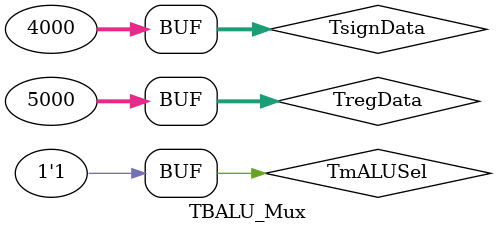
<source format=v>
`timescale 1ns/1ns

module TBALU_Mux();

//2 - Declaracion de cables y registros
reg [31:0]TregData, TsignData;
reg TmALUSel;
wire [31:0]TdataALU;

//3 - Cuerpo del modulo

//Instancias
ALU_Src_Mux test(
	.regData(TregData),
	.signData(TsignData),
	.mALUSel(TmALUSel),
	.dataALU(TdataALU)
);

initial
begin
	TregData = 32'd5000;
	TsignData = 32'd4000;
	TmALUSel = 1'b0;
	#100;
	TregData = 32'd5000;
	TsignData = 32'd4000;
	TmALUSel = 1'b1;
	#100;
end

endmodule

</source>
